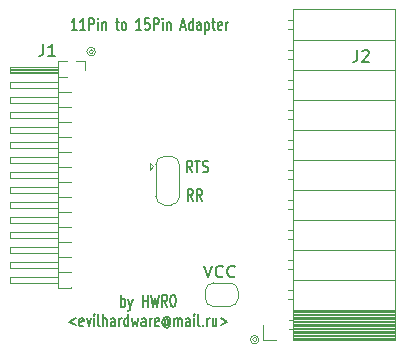
<source format=gbr>
G04 #@! TF.GenerationSoftware,KiCad,Pcbnew,(5.1.6)-1*
G04 #@! TF.CreationDate,2020-08-10T17:54:01+03:00*
G04 #@! TF.ProjectId,Sharp_11pin_to_15pin_Adapter,53686172-705f-4313-9170-696e5f746f5f,rev?*
G04 #@! TF.SameCoordinates,Original*
G04 #@! TF.FileFunction,Legend,Top*
G04 #@! TF.FilePolarity,Positive*
%FSLAX46Y46*%
G04 Gerber Fmt 4.6, Leading zero omitted, Abs format (unit mm)*
G04 Created by KiCad (PCBNEW (5.1.6)-1) date 2020-08-10 17:54:01*
%MOMM*%
%LPD*%
G01*
G04 APERTURE LIST*
%ADD10C,0.120000*%
%ADD11C,0.150000*%
G04 APERTURE END LIST*
D10*
X129518210Y-103886000D02*
G75*
G03*
X129518210Y-103886000I-359210J0D01*
G01*
X129338605Y-103886000D02*
G75*
G03*
X129338605Y-103886000I-179605J0D01*
G01*
X143361210Y-128270000D02*
G75*
G03*
X143361210Y-128270000I-359210J0D01*
G01*
X143181605Y-128270000D02*
G75*
G03*
X143181605Y-128270000I-179605J0D01*
G01*
D11*
X131699285Y-125484380D02*
X131699285Y-124484380D01*
X131699285Y-124865333D02*
X131770714Y-124817714D01*
X131913571Y-124817714D01*
X131985000Y-124865333D01*
X132020714Y-124912952D01*
X132056428Y-125008190D01*
X132056428Y-125293904D01*
X132020714Y-125389142D01*
X131985000Y-125436761D01*
X131913571Y-125484380D01*
X131770714Y-125484380D01*
X131699285Y-125436761D01*
X132306428Y-124817714D02*
X132485000Y-125484380D01*
X132663571Y-124817714D02*
X132485000Y-125484380D01*
X132413571Y-125722476D01*
X132377857Y-125770095D01*
X132306428Y-125817714D01*
X133520714Y-125484380D02*
X133520714Y-124484380D01*
X133520714Y-124960571D02*
X133949285Y-124960571D01*
X133949285Y-125484380D02*
X133949285Y-124484380D01*
X134235000Y-124484380D02*
X134413571Y-125484380D01*
X134556428Y-124770095D01*
X134699285Y-125484380D01*
X134877857Y-124484380D01*
X135592142Y-125484380D02*
X135342142Y-125008190D01*
X135163571Y-125484380D02*
X135163571Y-124484380D01*
X135449285Y-124484380D01*
X135520714Y-124532000D01*
X135556428Y-124579619D01*
X135592142Y-124674857D01*
X135592142Y-124817714D01*
X135556428Y-124912952D01*
X135520714Y-124960571D01*
X135449285Y-125008190D01*
X135163571Y-125008190D01*
X136056428Y-124484380D02*
X136127857Y-124484380D01*
X136199285Y-124532000D01*
X136235000Y-124579619D01*
X136270714Y-124674857D01*
X136306428Y-124865333D01*
X136306428Y-125103428D01*
X136270714Y-125293904D01*
X136235000Y-125389142D01*
X136199285Y-125436761D01*
X136127857Y-125484380D01*
X136056428Y-125484380D01*
X135985000Y-125436761D01*
X135949285Y-125389142D01*
X135913571Y-125293904D01*
X135877857Y-125103428D01*
X135877857Y-124865333D01*
X135913571Y-124674857D01*
X135949285Y-124579619D01*
X135985000Y-124532000D01*
X136056428Y-124484380D01*
X127842142Y-126467714D02*
X127270714Y-126753428D01*
X127842142Y-127039142D01*
X128485000Y-127086761D02*
X128413571Y-127134380D01*
X128270714Y-127134380D01*
X128199285Y-127086761D01*
X128163571Y-126991523D01*
X128163571Y-126610571D01*
X128199285Y-126515333D01*
X128270714Y-126467714D01*
X128413571Y-126467714D01*
X128485000Y-126515333D01*
X128520714Y-126610571D01*
X128520714Y-126705809D01*
X128163571Y-126801047D01*
X128770714Y-126467714D02*
X128949285Y-127134380D01*
X129127857Y-126467714D01*
X129413571Y-127134380D02*
X129413571Y-126467714D01*
X129413571Y-126134380D02*
X129377857Y-126182000D01*
X129413571Y-126229619D01*
X129449285Y-126182000D01*
X129413571Y-126134380D01*
X129413571Y-126229619D01*
X129877857Y-127134380D02*
X129806428Y-127086761D01*
X129770714Y-126991523D01*
X129770714Y-126134380D01*
X130163571Y-127134380D02*
X130163571Y-126134380D01*
X130485000Y-127134380D02*
X130485000Y-126610571D01*
X130449285Y-126515333D01*
X130377857Y-126467714D01*
X130270714Y-126467714D01*
X130199285Y-126515333D01*
X130163571Y-126562952D01*
X131163571Y-127134380D02*
X131163571Y-126610571D01*
X131127857Y-126515333D01*
X131056428Y-126467714D01*
X130913571Y-126467714D01*
X130842142Y-126515333D01*
X131163571Y-127086761D02*
X131092142Y-127134380D01*
X130913571Y-127134380D01*
X130842142Y-127086761D01*
X130806428Y-126991523D01*
X130806428Y-126896285D01*
X130842142Y-126801047D01*
X130913571Y-126753428D01*
X131092142Y-126753428D01*
X131163571Y-126705809D01*
X131520714Y-127134380D02*
X131520714Y-126467714D01*
X131520714Y-126658190D02*
X131556428Y-126562952D01*
X131592142Y-126515333D01*
X131663571Y-126467714D01*
X131735000Y-126467714D01*
X132306428Y-127134380D02*
X132306428Y-126134380D01*
X132306428Y-127086761D02*
X132235000Y-127134380D01*
X132092142Y-127134380D01*
X132020714Y-127086761D01*
X131985000Y-127039142D01*
X131949285Y-126943904D01*
X131949285Y-126658190D01*
X131985000Y-126562952D01*
X132020714Y-126515333D01*
X132092142Y-126467714D01*
X132235000Y-126467714D01*
X132306428Y-126515333D01*
X132592142Y-126467714D02*
X132735000Y-127134380D01*
X132877857Y-126658190D01*
X133020714Y-127134380D01*
X133163571Y-126467714D01*
X133770714Y-127134380D02*
X133770714Y-126610571D01*
X133735000Y-126515333D01*
X133663571Y-126467714D01*
X133520714Y-126467714D01*
X133449285Y-126515333D01*
X133770714Y-127086761D02*
X133699285Y-127134380D01*
X133520714Y-127134380D01*
X133449285Y-127086761D01*
X133413571Y-126991523D01*
X133413571Y-126896285D01*
X133449285Y-126801047D01*
X133520714Y-126753428D01*
X133699285Y-126753428D01*
X133770714Y-126705809D01*
X134127857Y-127134380D02*
X134127857Y-126467714D01*
X134127857Y-126658190D02*
X134163571Y-126562952D01*
X134199285Y-126515333D01*
X134270714Y-126467714D01*
X134342142Y-126467714D01*
X134877857Y-127086761D02*
X134806428Y-127134380D01*
X134663571Y-127134380D01*
X134592142Y-127086761D01*
X134556428Y-126991523D01*
X134556428Y-126610571D01*
X134592142Y-126515333D01*
X134663571Y-126467714D01*
X134806428Y-126467714D01*
X134877857Y-126515333D01*
X134913571Y-126610571D01*
X134913571Y-126705809D01*
X134556428Y-126801047D01*
X135699285Y-126658190D02*
X135663571Y-126610571D01*
X135592142Y-126562952D01*
X135520714Y-126562952D01*
X135449285Y-126610571D01*
X135413571Y-126658190D01*
X135377857Y-126753428D01*
X135377857Y-126848666D01*
X135413571Y-126943904D01*
X135449285Y-126991523D01*
X135520714Y-127039142D01*
X135592142Y-127039142D01*
X135663571Y-126991523D01*
X135699285Y-126943904D01*
X135699285Y-126562952D02*
X135699285Y-126943904D01*
X135735000Y-126991523D01*
X135770714Y-126991523D01*
X135842142Y-126943904D01*
X135877857Y-126848666D01*
X135877857Y-126610571D01*
X135806428Y-126467714D01*
X135699285Y-126372476D01*
X135556428Y-126324857D01*
X135413571Y-126372476D01*
X135306428Y-126467714D01*
X135235000Y-126610571D01*
X135199285Y-126801047D01*
X135235000Y-126991523D01*
X135306428Y-127134380D01*
X135413571Y-127229619D01*
X135556428Y-127277238D01*
X135699285Y-127229619D01*
X135806428Y-127134380D01*
X136199285Y-127134380D02*
X136199285Y-126467714D01*
X136199285Y-126562952D02*
X136235000Y-126515333D01*
X136306428Y-126467714D01*
X136413571Y-126467714D01*
X136485000Y-126515333D01*
X136520714Y-126610571D01*
X136520714Y-127134380D01*
X136520714Y-126610571D02*
X136556428Y-126515333D01*
X136627857Y-126467714D01*
X136735000Y-126467714D01*
X136806428Y-126515333D01*
X136842142Y-126610571D01*
X136842142Y-127134380D01*
X137520714Y-127134380D02*
X137520714Y-126610571D01*
X137485000Y-126515333D01*
X137413571Y-126467714D01*
X137270714Y-126467714D01*
X137199285Y-126515333D01*
X137520714Y-127086761D02*
X137449285Y-127134380D01*
X137270714Y-127134380D01*
X137199285Y-127086761D01*
X137163571Y-126991523D01*
X137163571Y-126896285D01*
X137199285Y-126801047D01*
X137270714Y-126753428D01*
X137449285Y-126753428D01*
X137520714Y-126705809D01*
X137877857Y-127134380D02*
X137877857Y-126467714D01*
X137877857Y-126134380D02*
X137842142Y-126182000D01*
X137877857Y-126229619D01*
X137913571Y-126182000D01*
X137877857Y-126134380D01*
X137877857Y-126229619D01*
X138342142Y-127134380D02*
X138270714Y-127086761D01*
X138235000Y-126991523D01*
X138235000Y-126134380D01*
X138627857Y-127039142D02*
X138663571Y-127086761D01*
X138627857Y-127134380D01*
X138592142Y-127086761D01*
X138627857Y-127039142D01*
X138627857Y-127134380D01*
X138985000Y-127134380D02*
X138985000Y-126467714D01*
X138985000Y-126658190D02*
X139020714Y-126562952D01*
X139056428Y-126515333D01*
X139127857Y-126467714D01*
X139199285Y-126467714D01*
X139770714Y-126467714D02*
X139770714Y-127134380D01*
X139449285Y-126467714D02*
X139449285Y-126991523D01*
X139485000Y-127086761D01*
X139556428Y-127134380D01*
X139663571Y-127134380D01*
X139735000Y-127086761D01*
X139770714Y-127039142D01*
X140127857Y-126467714D02*
X140699285Y-126753428D01*
X140127857Y-127039142D01*
X127951285Y-102052380D02*
X127522714Y-102052380D01*
X127736999Y-102052380D02*
X127736999Y-101052380D01*
X127665571Y-101195238D01*
X127594142Y-101290476D01*
X127522714Y-101338095D01*
X128665571Y-102052380D02*
X128236999Y-102052380D01*
X128451285Y-102052380D02*
X128451285Y-101052380D01*
X128379857Y-101195238D01*
X128308428Y-101290476D01*
X128236999Y-101338095D01*
X128986999Y-102052380D02*
X128986999Y-101052380D01*
X129272714Y-101052380D01*
X129344142Y-101100000D01*
X129379857Y-101147619D01*
X129415571Y-101242857D01*
X129415571Y-101385714D01*
X129379857Y-101480952D01*
X129344142Y-101528571D01*
X129272714Y-101576190D01*
X128986999Y-101576190D01*
X129736999Y-102052380D02*
X129736999Y-101385714D01*
X129736999Y-101052380D02*
X129701285Y-101100000D01*
X129736999Y-101147619D01*
X129772714Y-101100000D01*
X129736999Y-101052380D01*
X129736999Y-101147619D01*
X130094142Y-101385714D02*
X130094142Y-102052380D01*
X130094142Y-101480952D02*
X130129857Y-101433333D01*
X130201285Y-101385714D01*
X130308428Y-101385714D01*
X130379857Y-101433333D01*
X130415571Y-101528571D01*
X130415571Y-102052380D01*
X131236999Y-101385714D02*
X131522714Y-101385714D01*
X131344142Y-101052380D02*
X131344142Y-101909523D01*
X131379857Y-102004761D01*
X131451285Y-102052380D01*
X131522714Y-102052380D01*
X131879857Y-102052380D02*
X131808428Y-102004761D01*
X131772714Y-101957142D01*
X131736999Y-101861904D01*
X131736999Y-101576190D01*
X131772714Y-101480952D01*
X131808428Y-101433333D01*
X131879857Y-101385714D01*
X131986999Y-101385714D01*
X132058428Y-101433333D01*
X132094142Y-101480952D01*
X132129857Y-101576190D01*
X132129857Y-101861904D01*
X132094142Y-101957142D01*
X132058428Y-102004761D01*
X131986999Y-102052380D01*
X131879857Y-102052380D01*
X133415571Y-102052380D02*
X132986999Y-102052380D01*
X133201285Y-102052380D02*
X133201285Y-101052380D01*
X133129857Y-101195238D01*
X133058428Y-101290476D01*
X132986999Y-101338095D01*
X134094142Y-101052380D02*
X133736999Y-101052380D01*
X133701285Y-101528571D01*
X133736999Y-101480952D01*
X133808428Y-101433333D01*
X133986999Y-101433333D01*
X134058428Y-101480952D01*
X134094142Y-101528571D01*
X134129857Y-101623809D01*
X134129857Y-101861904D01*
X134094142Y-101957142D01*
X134058428Y-102004761D01*
X133986999Y-102052380D01*
X133808428Y-102052380D01*
X133736999Y-102004761D01*
X133701285Y-101957142D01*
X134451285Y-102052380D02*
X134451285Y-101052380D01*
X134737000Y-101052380D01*
X134808428Y-101100000D01*
X134844142Y-101147619D01*
X134879857Y-101242857D01*
X134879857Y-101385714D01*
X134844142Y-101480952D01*
X134808428Y-101528571D01*
X134737000Y-101576190D01*
X134451285Y-101576190D01*
X135201285Y-102052380D02*
X135201285Y-101385714D01*
X135201285Y-101052380D02*
X135165571Y-101100000D01*
X135201285Y-101147619D01*
X135237000Y-101100000D01*
X135201285Y-101052380D01*
X135201285Y-101147619D01*
X135558428Y-101385714D02*
X135558428Y-102052380D01*
X135558428Y-101480952D02*
X135594142Y-101433333D01*
X135665571Y-101385714D01*
X135772714Y-101385714D01*
X135844142Y-101433333D01*
X135879857Y-101528571D01*
X135879857Y-102052380D01*
X136772714Y-101766666D02*
X137129857Y-101766666D01*
X136701285Y-102052380D02*
X136951285Y-101052380D01*
X137201285Y-102052380D01*
X137772714Y-102052380D02*
X137772714Y-101052380D01*
X137772714Y-102004761D02*
X137701285Y-102052380D01*
X137558428Y-102052380D01*
X137487000Y-102004761D01*
X137451285Y-101957142D01*
X137415571Y-101861904D01*
X137415571Y-101576190D01*
X137451285Y-101480952D01*
X137487000Y-101433333D01*
X137558428Y-101385714D01*
X137701285Y-101385714D01*
X137772714Y-101433333D01*
X138451285Y-102052380D02*
X138451285Y-101528571D01*
X138415571Y-101433333D01*
X138344142Y-101385714D01*
X138201285Y-101385714D01*
X138129857Y-101433333D01*
X138451285Y-102004761D02*
X138379857Y-102052380D01*
X138201285Y-102052380D01*
X138129857Y-102004761D01*
X138094142Y-101909523D01*
X138094142Y-101814285D01*
X138129857Y-101719047D01*
X138201285Y-101671428D01*
X138379857Y-101671428D01*
X138451285Y-101623809D01*
X138808428Y-101385714D02*
X138808428Y-102385714D01*
X138808428Y-101433333D02*
X138879857Y-101385714D01*
X139022714Y-101385714D01*
X139094142Y-101433333D01*
X139129857Y-101480952D01*
X139165571Y-101576190D01*
X139165571Y-101861904D01*
X139129857Y-101957142D01*
X139094142Y-102004761D01*
X139022714Y-102052380D01*
X138879857Y-102052380D01*
X138808428Y-102004761D01*
X139379857Y-101385714D02*
X139665571Y-101385714D01*
X139487000Y-101052380D02*
X139487000Y-101909523D01*
X139522714Y-102004761D01*
X139594142Y-102052380D01*
X139665571Y-102052380D01*
X140201285Y-102004761D02*
X140129857Y-102052380D01*
X139987000Y-102052380D01*
X139915571Y-102004761D01*
X139879857Y-101909523D01*
X139879857Y-101528571D01*
X139915571Y-101433333D01*
X139987000Y-101385714D01*
X140129857Y-101385714D01*
X140201285Y-101433333D01*
X140237000Y-101528571D01*
X140237000Y-101623809D01*
X139879857Y-101719047D01*
X140558428Y-102052380D02*
X140558428Y-101385714D01*
X140558428Y-101576190D02*
X140594142Y-101480952D01*
X140629857Y-101433333D01*
X140701285Y-101385714D01*
X140772714Y-101385714D01*
X138747666Y-122007380D02*
X139081000Y-123007380D01*
X139414333Y-122007380D01*
X140319095Y-122912142D02*
X140271476Y-122959761D01*
X140128619Y-123007380D01*
X140033380Y-123007380D01*
X139890523Y-122959761D01*
X139795285Y-122864523D01*
X139747666Y-122769285D01*
X139700047Y-122578809D01*
X139700047Y-122435952D01*
X139747666Y-122245476D01*
X139795285Y-122150238D01*
X139890523Y-122055000D01*
X140033380Y-122007380D01*
X140128619Y-122007380D01*
X140271476Y-122055000D01*
X140319095Y-122102619D01*
X141319095Y-122912142D02*
X141271476Y-122959761D01*
X141128619Y-123007380D01*
X141033380Y-123007380D01*
X140890523Y-122959761D01*
X140795285Y-122864523D01*
X140747666Y-122769285D01*
X140700047Y-122578809D01*
X140700047Y-122435952D01*
X140747666Y-122245476D01*
X140795285Y-122150238D01*
X140890523Y-122055000D01*
X141033380Y-122007380D01*
X141128619Y-122007380D01*
X141271476Y-122055000D01*
X141319095Y-122102619D01*
X137778119Y-116530380D02*
X137511452Y-116054190D01*
X137320976Y-116530380D02*
X137320976Y-115530380D01*
X137625738Y-115530380D01*
X137701928Y-115578000D01*
X137740023Y-115625619D01*
X137778119Y-115720857D01*
X137778119Y-115863714D01*
X137740023Y-115958952D01*
X137701928Y-116006571D01*
X137625738Y-116054190D01*
X137320976Y-116054190D01*
X138578119Y-116530380D02*
X138311452Y-116054190D01*
X138120976Y-116530380D02*
X138120976Y-115530380D01*
X138425738Y-115530380D01*
X138501928Y-115578000D01*
X138540023Y-115625619D01*
X138578119Y-115720857D01*
X138578119Y-115863714D01*
X138540023Y-115958952D01*
X138501928Y-116006571D01*
X138425738Y-116054190D01*
X138120976Y-116054190D01*
X137697690Y-114117380D02*
X137431023Y-113641190D01*
X137240547Y-114117380D02*
X137240547Y-113117380D01*
X137545309Y-113117380D01*
X137621500Y-113165000D01*
X137659595Y-113212619D01*
X137697690Y-113307857D01*
X137697690Y-113450714D01*
X137659595Y-113545952D01*
X137621500Y-113593571D01*
X137545309Y-113641190D01*
X137240547Y-113641190D01*
X137926261Y-113117380D02*
X138383404Y-113117380D01*
X138154833Y-114117380D02*
X138154833Y-113117380D01*
X138611976Y-114069761D02*
X138726261Y-114117380D01*
X138916738Y-114117380D01*
X138992928Y-114069761D01*
X139031023Y-114022142D01*
X139069119Y-113926904D01*
X139069119Y-113831666D01*
X139031023Y-113736428D01*
X138992928Y-113688809D01*
X138916738Y-113641190D01*
X138764357Y-113593571D01*
X138688166Y-113545952D01*
X138650071Y-113498333D01*
X138611976Y-113403095D01*
X138611976Y-113307857D01*
X138650071Y-113212619D01*
X138688166Y-113165000D01*
X138764357Y-113117380D01*
X138954833Y-113117380D01*
X139069119Y-113165000D01*
D10*
X154870000Y-128210000D02*
X146240000Y-128210000D01*
X154870000Y-128091905D02*
X146240000Y-128091905D01*
X154870000Y-127973810D02*
X146240000Y-127973810D01*
X154870000Y-127855715D02*
X146240000Y-127855715D01*
X154870000Y-127737620D02*
X146240000Y-127737620D01*
X154870000Y-127619525D02*
X146240000Y-127619525D01*
X154870000Y-127501430D02*
X146240000Y-127501430D01*
X154870000Y-127383335D02*
X146240000Y-127383335D01*
X154870000Y-127265240D02*
X146240000Y-127265240D01*
X154870000Y-127147145D02*
X146240000Y-127147145D01*
X154870000Y-127029050D02*
X146240000Y-127029050D01*
X154870000Y-126910955D02*
X146240000Y-126910955D01*
X154870000Y-126792860D02*
X146240000Y-126792860D01*
X154870000Y-126674765D02*
X146240000Y-126674765D01*
X154870000Y-126556670D02*
X146240000Y-126556670D01*
X154870000Y-126438575D02*
X146240000Y-126438575D01*
X154870000Y-126320480D02*
X146240000Y-126320480D01*
X154870000Y-126202385D02*
X146240000Y-126202385D01*
X154870000Y-126084290D02*
X146240000Y-126084290D01*
X154870000Y-125966195D02*
X146240000Y-125966195D01*
X154870000Y-125848100D02*
X146240000Y-125848100D01*
X146240000Y-127360000D02*
X145890000Y-127360000D01*
X146240000Y-126640000D02*
X145890000Y-126640000D01*
X146240000Y-124820000D02*
X145830000Y-124820000D01*
X146240000Y-124100000D02*
X145830000Y-124100000D01*
X146240000Y-122280000D02*
X145830000Y-122280000D01*
X146240000Y-121560000D02*
X145830000Y-121560000D01*
X146240000Y-119740000D02*
X145830000Y-119740000D01*
X146240000Y-119020000D02*
X145830000Y-119020000D01*
X146240000Y-117200000D02*
X145830000Y-117200000D01*
X146240000Y-116480000D02*
X145830000Y-116480000D01*
X146240000Y-114660000D02*
X145830000Y-114660000D01*
X146240000Y-113940000D02*
X145830000Y-113940000D01*
X146240000Y-112120000D02*
X145830000Y-112120000D01*
X146240000Y-111400000D02*
X145830000Y-111400000D01*
X146240000Y-109580000D02*
X145830000Y-109580000D01*
X146240000Y-108860000D02*
X145830000Y-108860000D01*
X146240000Y-107040000D02*
X145830000Y-107040000D01*
X146240000Y-106320000D02*
X145830000Y-106320000D01*
X146240000Y-104500000D02*
X145830000Y-104500000D01*
X146240000Y-103780000D02*
X145830000Y-103780000D01*
X146240000Y-101960000D02*
X145830000Y-101960000D01*
X146240000Y-101240000D02*
X145830000Y-101240000D01*
X154870000Y-125730000D02*
X146240000Y-125730000D01*
X154870000Y-123190000D02*
X146240000Y-123190000D01*
X154870000Y-120650000D02*
X146240000Y-120650000D01*
X154870000Y-118110000D02*
X146240000Y-118110000D01*
X154870000Y-115570000D02*
X146240000Y-115570000D01*
X154870000Y-113030000D02*
X146240000Y-113030000D01*
X154870000Y-110490000D02*
X146240000Y-110490000D01*
X154870000Y-107950000D02*
X146240000Y-107950000D01*
X154870000Y-105410000D02*
X146240000Y-105410000D01*
X154870000Y-102870000D02*
X146240000Y-102870000D01*
X154870000Y-128330000D02*
X146240000Y-128330000D01*
X146240000Y-128330000D02*
X146240000Y-100270000D01*
X154870000Y-100270000D02*
X146240000Y-100270000D01*
X154870000Y-128330000D02*
X154870000Y-100270000D01*
X143670000Y-128330000D02*
X143670000Y-127000000D01*
X144780000Y-128330000D02*
X143670000Y-128330000D01*
X138808000Y-124760000D02*
X138808000Y-124160000D01*
X140908000Y-125460000D02*
X139508000Y-125460000D01*
X141608000Y-124160000D02*
X141608000Y-124760000D01*
X139508000Y-123460000D02*
X140908000Y-123460000D01*
X138808000Y-124160000D02*
G75*
G02*
X139508000Y-123460000I700000J0D01*
G01*
X139508000Y-125460000D02*
G75*
G02*
X138808000Y-124760000I0J700000D01*
G01*
X141608000Y-124760000D02*
G75*
G02*
X140908000Y-125460000I-700000J0D01*
G01*
X140908000Y-123460000D02*
G75*
G02*
X141608000Y-124160000I0J-700000D01*
G01*
X134436000Y-113608000D02*
X134136000Y-113908000D01*
X134136000Y-113308000D02*
X134136000Y-113908000D01*
X134436000Y-113608000D02*
X134136000Y-113308000D01*
X135336000Y-112758000D02*
X135936000Y-112758000D01*
X134636000Y-116208000D02*
X134636000Y-113408000D01*
X135936000Y-116858000D02*
X135336000Y-116858000D01*
X136636000Y-113408000D02*
X136636000Y-116208000D01*
X135936000Y-112758000D02*
G75*
G02*
X136636000Y-113458000I0J-700000D01*
G01*
X134636000Y-113458000D02*
G75*
G02*
X135336000Y-112758000I700000J0D01*
G01*
X135336000Y-116858000D02*
G75*
G02*
X134636000Y-116158000I0J700000D01*
G01*
X136636000Y-116158000D02*
G75*
G02*
X135936000Y-116858000I-700000J0D01*
G01*
X128640000Y-104650000D02*
X127880000Y-104650000D01*
X128640000Y-105410000D02*
X128640000Y-104650000D01*
X122320000Y-123450000D02*
X126320000Y-123450000D01*
X122320000Y-122930000D02*
X122320000Y-123450000D01*
X126320000Y-122930000D02*
X122320000Y-122930000D01*
X127440000Y-122539677D02*
X127440000Y-122570323D01*
X127440000Y-122555000D02*
X126320000Y-122555000D01*
X122320000Y-122180000D02*
X126320000Y-122180000D01*
X122320000Y-121660000D02*
X122320000Y-122180000D01*
X126320000Y-121660000D02*
X122320000Y-121660000D01*
X127440000Y-121269677D02*
X127440000Y-121300323D01*
X127440000Y-121285000D02*
X126320000Y-121285000D01*
X122320000Y-120910000D02*
X126320000Y-120910000D01*
X122320000Y-120390000D02*
X122320000Y-120910000D01*
X126320000Y-120390000D02*
X122320000Y-120390000D01*
X127440000Y-119999677D02*
X127440000Y-120030323D01*
X127440000Y-120015000D02*
X126320000Y-120015000D01*
X122320000Y-119640000D02*
X126320000Y-119640000D01*
X122320000Y-119120000D02*
X122320000Y-119640000D01*
X126320000Y-119120000D02*
X122320000Y-119120000D01*
X127440000Y-118729677D02*
X127440000Y-118760323D01*
X127440000Y-118745000D02*
X126320000Y-118745000D01*
X122320000Y-118370000D02*
X126320000Y-118370000D01*
X122320000Y-117850000D02*
X122320000Y-118370000D01*
X126320000Y-117850000D02*
X122320000Y-117850000D01*
X127440000Y-117459677D02*
X127440000Y-117490323D01*
X127440000Y-117475000D02*
X126320000Y-117475000D01*
X122320000Y-117100000D02*
X126320000Y-117100000D01*
X122320000Y-116580000D02*
X122320000Y-117100000D01*
X126320000Y-116580000D02*
X122320000Y-116580000D01*
X127440000Y-116189677D02*
X127440000Y-116220323D01*
X127440000Y-116205000D02*
X126320000Y-116205000D01*
X122320000Y-115830000D02*
X126320000Y-115830000D01*
X122320000Y-115310000D02*
X122320000Y-115830000D01*
X126320000Y-115310000D02*
X122320000Y-115310000D01*
X127440000Y-114919677D02*
X127440000Y-114950323D01*
X127440000Y-114935000D02*
X126320000Y-114935000D01*
X122320000Y-114560000D02*
X126320000Y-114560000D01*
X122320000Y-114040000D02*
X122320000Y-114560000D01*
X126320000Y-114040000D02*
X122320000Y-114040000D01*
X127440000Y-113649677D02*
X127440000Y-113680323D01*
X127440000Y-113665000D02*
X126320000Y-113665000D01*
X122320000Y-113290000D02*
X126320000Y-113290000D01*
X122320000Y-112770000D02*
X122320000Y-113290000D01*
X126320000Y-112770000D02*
X122320000Y-112770000D01*
X127440000Y-112379677D02*
X127440000Y-112410323D01*
X127440000Y-112395000D02*
X126320000Y-112395000D01*
X122320000Y-112020000D02*
X126320000Y-112020000D01*
X122320000Y-111500000D02*
X122320000Y-112020000D01*
X126320000Y-111500000D02*
X122320000Y-111500000D01*
X127440000Y-111109677D02*
X127440000Y-111140323D01*
X127440000Y-111125000D02*
X126320000Y-111125000D01*
X122320000Y-110750000D02*
X126320000Y-110750000D01*
X122320000Y-110230000D02*
X122320000Y-110750000D01*
X126320000Y-110230000D02*
X122320000Y-110230000D01*
X127440000Y-109839677D02*
X127440000Y-109870323D01*
X127440000Y-109855000D02*
X126320000Y-109855000D01*
X122320000Y-109480000D02*
X126320000Y-109480000D01*
X122320000Y-108960000D02*
X122320000Y-109480000D01*
X126320000Y-108960000D02*
X122320000Y-108960000D01*
X127440000Y-108569677D02*
X127440000Y-108600323D01*
X127440000Y-108585000D02*
X126320000Y-108585000D01*
X122320000Y-108210000D02*
X126320000Y-108210000D01*
X122320000Y-107690000D02*
X122320000Y-108210000D01*
X126320000Y-107690000D02*
X122320000Y-107690000D01*
X127440000Y-107299677D02*
X127440000Y-107330323D01*
X127440000Y-107315000D02*
X126320000Y-107315000D01*
X122320000Y-106940000D02*
X126320000Y-106940000D01*
X122320000Y-106420000D02*
X122320000Y-106940000D01*
X126320000Y-106420000D02*
X122320000Y-106420000D01*
X127120000Y-106045000D02*
X126320000Y-106045000D01*
X126320000Y-105570000D02*
X122320000Y-105570000D01*
X126320000Y-105450000D02*
X122320000Y-105450000D01*
X126320000Y-105330000D02*
X122320000Y-105330000D01*
X126320000Y-105210000D02*
X122320000Y-105210000D01*
X122320000Y-105670000D02*
X126320000Y-105670000D01*
X122320000Y-105150000D02*
X122320000Y-105670000D01*
X126320000Y-105150000D02*
X122320000Y-105150000D01*
X127440000Y-123885000D02*
X127440000Y-123809677D01*
X126320000Y-123885000D02*
X127440000Y-123885000D01*
X126320000Y-104715000D02*
X126320000Y-123885000D01*
X127120000Y-104715000D02*
X126320000Y-104715000D01*
D11*
X151686706Y-103751000D02*
X151686706Y-104465286D01*
X151639087Y-104608143D01*
X151543849Y-104703381D01*
X151400992Y-104751000D01*
X151305754Y-104751000D01*
X152115278Y-103846239D02*
X152162897Y-103798620D01*
X152258135Y-103751000D01*
X152496230Y-103751000D01*
X152591468Y-103798620D01*
X152639087Y-103846239D01*
X152686706Y-103941477D01*
X152686706Y-104036715D01*
X152639087Y-104179572D01*
X152067659Y-104751000D01*
X152686706Y-104751000D01*
X125114166Y-103227380D02*
X125114166Y-103941666D01*
X125066547Y-104084523D01*
X124971309Y-104179761D01*
X124828452Y-104227380D01*
X124733214Y-104227380D01*
X126114166Y-104227380D02*
X125542738Y-104227380D01*
X125828452Y-104227380D02*
X125828452Y-103227380D01*
X125733214Y-103370238D01*
X125637976Y-103465476D01*
X125542738Y-103513095D01*
M02*

</source>
